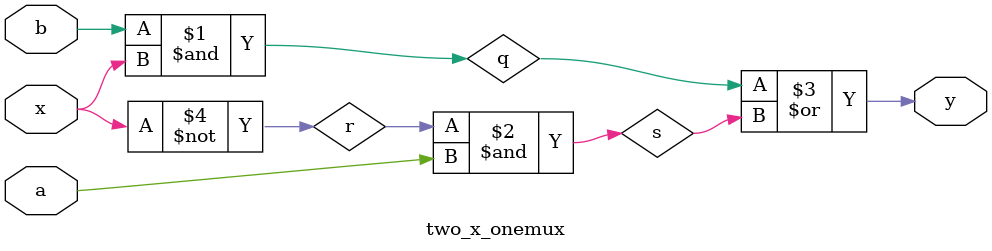
<source format=v>
module two_x_onemux(a,b,x,y);

input a,b,x;
output y;
wire q,r,s;

and(q,b,x);
not(r,x);
and(s,r,a);
or(y,q,s);

endmodule
</source>
